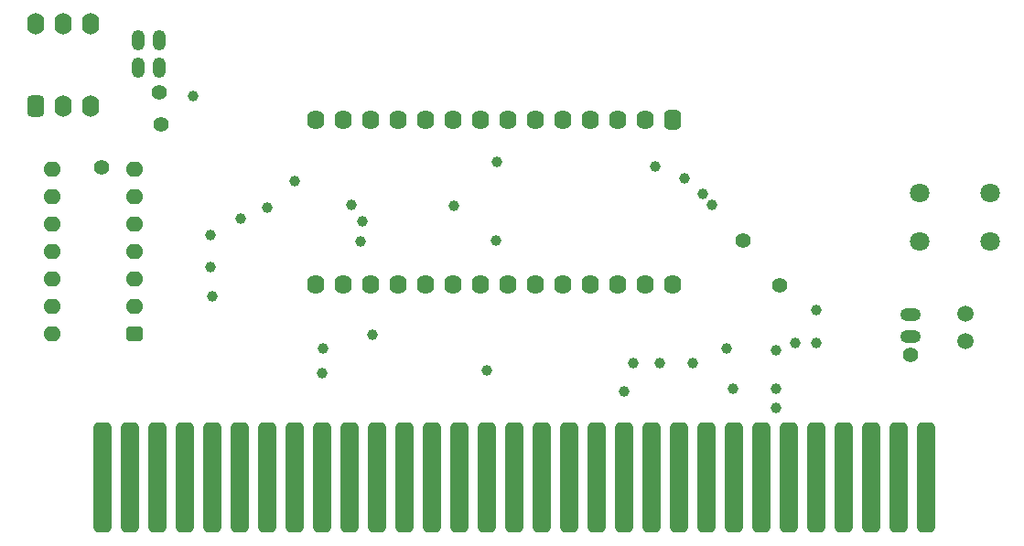
<source format=gts>
G04 Layer_Color=8388736*
%FSAX24Y24*%
%MOIN*%
G70*
G01*
G75*
G04:AMPARAMS|DCode=33|XSize=67.1mil|YSize=401.7mil|CornerRadius=18.8mil|HoleSize=0mil|Usage=FLASHONLY|Rotation=0.000|XOffset=0mil|YOffset=0mil|HoleType=Round|Shape=RoundedRectangle|*
%AMROUNDEDRECTD33*
21,1,0.0671,0.3642,0,0,0.0*
21,1,0.0295,0.4017,0,0,0.0*
1,1,0.0375,0.0148,-0.1821*
1,1,0.0375,-0.0148,-0.1821*
1,1,0.0375,-0.0148,0.1821*
1,1,0.0375,0.0148,0.1821*
%
%ADD33ROUNDEDRECTD33*%
%ADD34O,0.0474X0.0749*%
%ADD35O,0.0749X0.0474*%
%ADD36O,0.0631X0.0552*%
G04:AMPARAMS|DCode=37|XSize=63.1mil|YSize=55.2mil|CornerRadius=15.8mil|HoleSize=0mil|Usage=FLASHONLY|Rotation=180.000|XOffset=0mil|YOffset=0mil|HoleType=Round|Shape=RoundedRectangle|*
%AMROUNDEDRECTD37*
21,1,0.0631,0.0236,0,0,180.0*
21,1,0.0315,0.0552,0,0,180.0*
1,1,0.0316,-0.0157,0.0118*
1,1,0.0316,0.0157,0.0118*
1,1,0.0316,0.0157,-0.0118*
1,1,0.0316,-0.0157,-0.0118*
%
%ADD37ROUNDEDRECTD37*%
%ADD38O,0.0631X0.0710*%
G04:AMPARAMS|DCode=39|XSize=63.1mil|YSize=71mil|CornerRadius=17.8mil|HoleSize=0mil|Usage=FLASHONLY|Rotation=180.000|XOffset=0mil|YOffset=0mil|HoleType=Round|Shape=RoundedRectangle|*
%AMROUNDEDRECTD39*
21,1,0.0631,0.0354,0,0,180.0*
21,1,0.0276,0.0710,0,0,180.0*
1,1,0.0356,-0.0138,0.0177*
1,1,0.0356,0.0138,0.0177*
1,1,0.0356,0.0138,-0.0177*
1,1,0.0356,-0.0138,-0.0177*
%
%ADD39ROUNDEDRECTD39*%
G04:AMPARAMS|DCode=40|XSize=63.1mil|YSize=78.9mil|CornerRadius=17.8mil|HoleSize=0mil|Usage=FLASHONLY|Rotation=0.000|XOffset=0mil|YOffset=0mil|HoleType=Round|Shape=RoundedRectangle|*
%AMROUNDEDRECTD40*
21,1,0.0631,0.0433,0,0,0.0*
21,1,0.0276,0.0789,0,0,0.0*
1,1,0.0356,0.0138,-0.0217*
1,1,0.0356,-0.0138,-0.0217*
1,1,0.0356,-0.0138,0.0217*
1,1,0.0356,0.0138,0.0217*
%
%ADD40ROUNDEDRECTD40*%
%ADD41O,0.0631X0.0789*%
%ADD42C,0.0592*%
%ADD43C,0.0710*%
%ADD44C,0.0552*%
%ADD45C,0.0395*%
G54D33*
X026476Y012795D02*
D03*
X027476Y012795D02*
D03*
X028476Y012795D02*
D03*
X029476D02*
D03*
X030476Y012795D02*
D03*
X031476Y012795D02*
D03*
X032476Y012795D02*
D03*
X033476D02*
D03*
X034476Y012795D02*
D03*
X035476D02*
D03*
X036476Y012795D02*
D03*
X037476Y012795D02*
D03*
X038476Y012795D02*
D03*
X039476Y012795D02*
D03*
X040476Y012795D02*
D03*
X041476Y012795D02*
D03*
X042476D02*
D03*
X043476Y012795D02*
D03*
X044476D02*
D03*
X045476Y012795D02*
D03*
X046476Y012795D02*
D03*
X047476D02*
D03*
X048476D02*
D03*
X049476Y012795D02*
D03*
X050476Y012795D02*
D03*
X051476Y012795D02*
D03*
X052476D02*
D03*
X053476D02*
D03*
X054476Y012795D02*
D03*
X055476Y012795D02*
D03*
X056476D02*
D03*
G54D34*
X027756Y027756D02*
D03*
X028543D02*
D03*
Y028740D02*
D03*
X027756D02*
D03*
G54D35*
X055906Y017953D02*
D03*
Y018740D02*
D03*
G54D36*
X024638Y018039D02*
D03*
Y019039D02*
D03*
Y020039D02*
D03*
Y021039D02*
D03*
Y022039D02*
D03*
Y023039D02*
D03*
Y024039D02*
D03*
X027638Y022039D02*
D03*
Y021039D02*
D03*
Y020039D02*
D03*
Y019039D02*
D03*
Y023039D02*
D03*
Y024039D02*
D03*
G54D37*
X027638Y018039D02*
D03*
G54D38*
X034248Y019835D02*
D03*
X035248Y019835D02*
D03*
X036248D02*
D03*
X037248D02*
D03*
X038248Y019835D02*
D03*
X039248Y019835D02*
D03*
X040248D02*
D03*
X041248D02*
D03*
X042248D02*
D03*
X043248Y019835D02*
D03*
X044248Y019835D02*
D03*
X045248D02*
D03*
X046248D02*
D03*
X047248Y019835D02*
D03*
X046248Y025835D02*
D03*
X045248D02*
D03*
X044248D02*
D03*
X043248D02*
D03*
X042248D02*
D03*
X041248D02*
D03*
X040248D02*
D03*
X039248D02*
D03*
X038248D02*
D03*
X037248D02*
D03*
X036248D02*
D03*
X035248D02*
D03*
X034248D02*
D03*
G54D39*
X047248Y025835D02*
D03*
G54D40*
X024039Y026335D02*
D03*
G54D41*
X026039Y026335D02*
D03*
X025039D02*
D03*
X026039Y029335D02*
D03*
X025039D02*
D03*
X024039D02*
D03*
G54D42*
X057913Y017780D02*
D03*
Y018780D02*
D03*
G54D43*
X056240Y021398D02*
D03*
X058799D02*
D03*
Y023169D02*
D03*
X056240D02*
D03*
G54D44*
X026417Y024094D02*
D03*
X028583Y025669D02*
D03*
X028543Y026850D02*
D03*
X049803Y021457D02*
D03*
X051142Y019803D02*
D03*
X055906Y017283D02*
D03*
G54D45*
X029764Y026693D02*
D03*
X033465Y023622D02*
D03*
X032480Y022638D02*
D03*
X031496Y022244D02*
D03*
X030413Y021654D02*
D03*
Y020472D02*
D03*
X030472Y019409D02*
D03*
X034476Y016614D02*
D03*
X034488Y017520D02*
D03*
X036299Y017992D02*
D03*
X040476Y016697D02*
D03*
X045472Y015945D02*
D03*
X045787Y016968D02*
D03*
X046772D02*
D03*
X047953D02*
D03*
X049213Y017520D02*
D03*
X049449Y016024D02*
D03*
X050984Y015354D02*
D03*
Y016024D02*
D03*
X051693Y017717D02*
D03*
X052461D02*
D03*
Y018898D02*
D03*
X050984Y017441D02*
D03*
X048661Y022736D02*
D03*
X048346Y023130D02*
D03*
X047677Y023701D02*
D03*
X046614Y024134D02*
D03*
X040827Y024291D02*
D03*
X039252Y022717D02*
D03*
X040787Y021457D02*
D03*
X035925Y022146D02*
D03*
X035531Y022736D02*
D03*
X035866Y021417D02*
D03*
M02*

</source>
